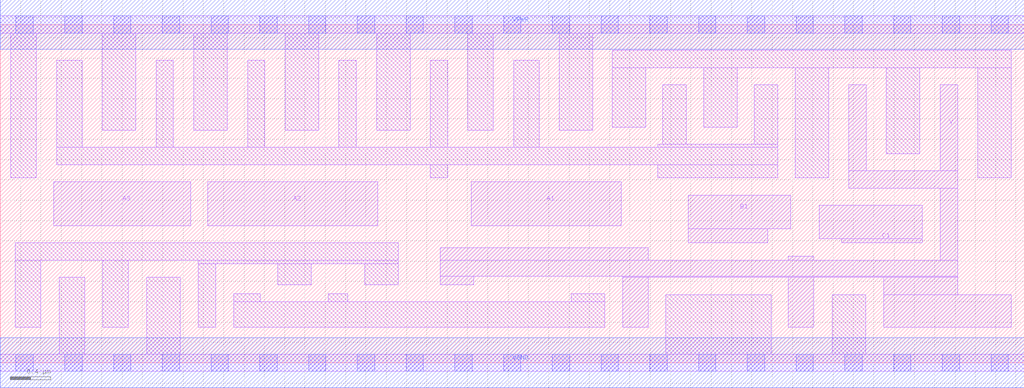
<source format=lef>
# Copyright 2020 The SkyWater PDK Authors
#
# Licensed under the Apache License, Version 2.0 (the "License");
# you may not use this file except in compliance with the License.
# You may obtain a copy of the License at
#
#     https://www.apache.org/licenses/LICENSE-2.0
#
# Unless required by applicable law or agreed to in writing, software
# distributed under the License is distributed on an "AS IS" BASIS,
# WITHOUT WARRANTIES OR CONDITIONS OF ANY KIND, either express or implied.
# See the License for the specific language governing permissions and
# limitations under the License.
#
# SPDX-License-Identifier: Apache-2.0

VERSION 5.7 ;
  NAMESCASESENSITIVE ON ;
  NOWIREEXTENSIONATPIN ON ;
  DIVIDERCHAR "/" ;
  BUSBITCHARS "[]" ;
UNITS
  DATABASE MICRONS 200 ;
END UNITS
MACRO sky130_fd_sc_ls__a311oi_4
  CLASS CORE ;
  FOREIGN sky130_fd_sc_ls__a311oi_4 ;
  ORIGIN  0.000000  0.000000 ;
  SIZE  10.08000 BY  3.330000 ;
  SYMMETRY X Y ;
  SITE unit ;
  PIN A1
    ANTENNAGATEAREA  1.116000 ;
    DIRECTION INPUT ;
    USE SIGNAL ;
    PORT
      LAYER li1 ;
        RECT 4.635000 1.350000 6.115000 1.780000 ;
    END
  END A1
  PIN A2
    ANTENNAGATEAREA  1.116000 ;
    DIRECTION INPUT ;
    USE SIGNAL ;
    PORT
      LAYER li1 ;
        RECT 2.045000 1.350000 3.715000 1.780000 ;
    END
  END A2
  PIN A3
    ANTENNAGATEAREA  1.116000 ;
    DIRECTION INPUT ;
    USE SIGNAL ;
    PORT
      LAYER li1 ;
        RECT 0.525000 1.350000 1.875000 1.780000 ;
    END
  END A3
  PIN B1
    ANTENNAGATEAREA  0.894000 ;
    DIRECTION INPUT ;
    USE SIGNAL ;
    PORT
      LAYER li1 ;
        RECT 6.775000 1.180000 7.555000 1.320000 ;
        RECT 6.775000 1.320000 7.785000 1.650000 ;
    END
  END B1
  PIN C1
    ANTENNAGATEAREA  0.894000 ;
    DIRECTION INPUT ;
    USE SIGNAL ;
    PORT
      LAYER li1 ;
        RECT 8.065000 1.220000 9.075000 1.550000 ;
        RECT 8.285000 1.180000 9.075000 1.220000 ;
    END
  END C1
  PIN Y
    ANTENNADIFFAREA  1.700600 ;
    DIRECTION OUTPUT ;
    USE SIGNAL ;
    PORT
      LAYER li1 ;
        RECT 4.330000 0.770000 4.660000 0.850000 ;
        RECT 4.330000 0.850000 9.425000 1.010000 ;
        RECT 4.330000 1.010000 6.380000 1.130000 ;
        RECT 6.130000 0.350000 6.380000 0.840000 ;
        RECT 6.130000 0.840000 9.425000 0.850000 ;
        RECT 7.760000 0.350000 8.010000 0.840000 ;
        RECT 7.760000 1.010000 8.010000 1.050000 ;
        RECT 8.355000 1.720000 9.425000 1.890000 ;
        RECT 8.355000 1.890000 8.525000 2.735000 ;
        RECT 8.700000 0.350000 9.955000 0.670000 ;
        RECT 8.700000 0.670000 9.425000 0.840000 ;
        RECT 9.255000 1.010000 9.425000 1.720000 ;
        RECT 9.255000 1.890000 9.425000 2.735000 ;
    END
  END Y
  PIN VGND
    DIRECTION INOUT ;
    SHAPE ABUTMENT ;
    USE GROUND ;
    PORT
      LAYER met1 ;
        RECT 0.000000 -0.245000 10.080000 0.245000 ;
    END
  END VGND
  PIN VPWR
    DIRECTION INOUT ;
    SHAPE ABUTMENT ;
    USE POWER ;
    PORT
      LAYER met1 ;
        RECT 0.000000 3.085000 10.080000 3.575000 ;
    END
  END VPWR
  OBS
    LAYER li1 ;
      RECT 0.000000 -0.085000 10.080000 0.085000 ;
      RECT 0.000000  3.245000 10.080000 3.415000 ;
      RECT 0.105000  1.820000  0.355000 3.245000 ;
      RECT 0.150000  0.350000  0.400000 1.010000 ;
      RECT 0.150000  1.010000  3.920000 1.180000 ;
      RECT 0.555000  1.950000  7.655000 2.120000 ;
      RECT 0.555000  2.120000  0.805000 2.980000 ;
      RECT 0.580000  0.085000  0.830000 0.840000 ;
      RECT 1.005000  2.290000  1.335000 3.245000 ;
      RECT 1.010000  0.350000  1.260000 1.010000 ;
      RECT 1.440000  0.085000  1.770000 0.840000 ;
      RECT 1.535000  2.120000  1.705000 2.980000 ;
      RECT 1.905000  2.290000  2.235000 3.245000 ;
      RECT 1.950000  0.350000  2.120000 0.975000 ;
      RECT 1.950000  0.975000  3.920000 1.010000 ;
      RECT 2.300000  0.350000  5.950000 0.600000 ;
      RECT 2.300000  0.600000  2.560000 0.680000 ;
      RECT 2.435000  2.120000  2.605000 2.980000 ;
      RECT 2.730000  0.770000  3.060000 0.975000 ;
      RECT 2.805000  2.290000  3.135000 3.245000 ;
      RECT 3.230000  0.600000  3.420000 0.680000 ;
      RECT 3.335000  2.120000  3.505000 2.980000 ;
      RECT 3.590000  0.770000  3.920000 0.975000 ;
      RECT 3.705000  2.290000  4.035000 3.245000 ;
      RECT 4.235000  1.820000  4.405000 1.950000 ;
      RECT 4.235000  2.120000  4.405000 2.980000 ;
      RECT 4.605000  2.290000  4.855000 3.245000 ;
      RECT 5.055000  2.120000  5.305000 2.980000 ;
      RECT 5.505000  2.290000  5.835000 3.245000 ;
      RECT 5.620000  0.600000  5.950000 0.680000 ;
      RECT 6.025000  2.320000  6.355000 2.905000 ;
      RECT 6.025000  2.905000  9.955000 3.075000 ;
      RECT 6.475000  1.820000  7.655000 1.950000 ;
      RECT 6.475000  2.120000  7.655000 2.150000 ;
      RECT 6.525000  2.150000  6.755000 2.735000 ;
      RECT 6.550000  0.085000  7.590000 0.670000 ;
      RECT 6.925000  2.320000  7.255000 2.905000 ;
      RECT 7.425000  2.150000  7.655000 2.735000 ;
      RECT 7.825000  1.820000  8.155000 2.905000 ;
      RECT 8.190000  0.085000  8.520000 0.670000 ;
      RECT 8.725000  2.060000  9.055000 2.905000 ;
      RECT 9.625000  1.820000  9.955000 2.905000 ;
    LAYER mcon ;
      RECT 0.155000 -0.085000 0.325000 0.085000 ;
      RECT 0.155000  3.245000 0.325000 3.415000 ;
      RECT 0.635000 -0.085000 0.805000 0.085000 ;
      RECT 0.635000  3.245000 0.805000 3.415000 ;
      RECT 1.115000 -0.085000 1.285000 0.085000 ;
      RECT 1.115000  3.245000 1.285000 3.415000 ;
      RECT 1.595000 -0.085000 1.765000 0.085000 ;
      RECT 1.595000  3.245000 1.765000 3.415000 ;
      RECT 2.075000 -0.085000 2.245000 0.085000 ;
      RECT 2.075000  3.245000 2.245000 3.415000 ;
      RECT 2.555000 -0.085000 2.725000 0.085000 ;
      RECT 2.555000  3.245000 2.725000 3.415000 ;
      RECT 3.035000 -0.085000 3.205000 0.085000 ;
      RECT 3.035000  3.245000 3.205000 3.415000 ;
      RECT 3.515000 -0.085000 3.685000 0.085000 ;
      RECT 3.515000  3.245000 3.685000 3.415000 ;
      RECT 3.995000 -0.085000 4.165000 0.085000 ;
      RECT 3.995000  3.245000 4.165000 3.415000 ;
      RECT 4.475000 -0.085000 4.645000 0.085000 ;
      RECT 4.475000  3.245000 4.645000 3.415000 ;
      RECT 4.955000 -0.085000 5.125000 0.085000 ;
      RECT 4.955000  3.245000 5.125000 3.415000 ;
      RECT 5.435000 -0.085000 5.605000 0.085000 ;
      RECT 5.435000  3.245000 5.605000 3.415000 ;
      RECT 5.915000 -0.085000 6.085000 0.085000 ;
      RECT 5.915000  3.245000 6.085000 3.415000 ;
      RECT 6.395000 -0.085000 6.565000 0.085000 ;
      RECT 6.395000  3.245000 6.565000 3.415000 ;
      RECT 6.875000 -0.085000 7.045000 0.085000 ;
      RECT 6.875000  3.245000 7.045000 3.415000 ;
      RECT 7.355000 -0.085000 7.525000 0.085000 ;
      RECT 7.355000  3.245000 7.525000 3.415000 ;
      RECT 7.835000 -0.085000 8.005000 0.085000 ;
      RECT 7.835000  3.245000 8.005000 3.415000 ;
      RECT 8.315000 -0.085000 8.485000 0.085000 ;
      RECT 8.315000  3.245000 8.485000 3.415000 ;
      RECT 8.795000 -0.085000 8.965000 0.085000 ;
      RECT 8.795000  3.245000 8.965000 3.415000 ;
      RECT 9.275000 -0.085000 9.445000 0.085000 ;
      RECT 9.275000  3.245000 9.445000 3.415000 ;
      RECT 9.755000 -0.085000 9.925000 0.085000 ;
      RECT 9.755000  3.245000 9.925000 3.415000 ;
  END
END sky130_fd_sc_ls__a311oi_4
END LIBRARY

</source>
